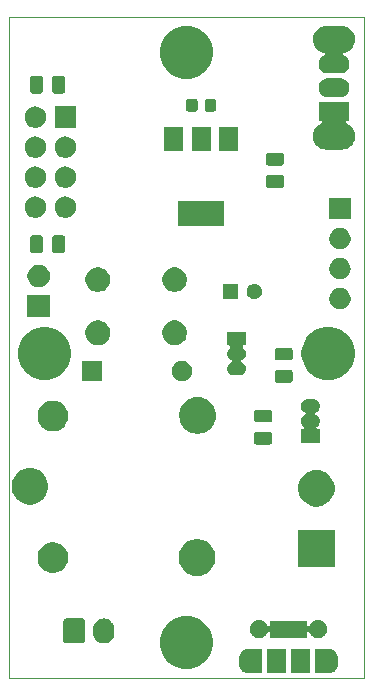
<source format=gbr>
G04 #@! TF.GenerationSoftware,KiCad,Pcbnew,(5.1.5)-3*
G04 #@! TF.CreationDate,2020-06-27T20:36:36+01:00*
G04 #@! TF.ProjectId,Schematic,53636865-6d61-4746-9963-2e6b69636164,v0.1*
G04 #@! TF.SameCoordinates,Original*
G04 #@! TF.FileFunction,Soldermask,Top*
G04 #@! TF.FilePolarity,Negative*
%FSLAX46Y46*%
G04 Gerber Fmt 4.6, Leading zero omitted, Abs format (unit mm)*
G04 Created by KiCad (PCBNEW (5.1.5)-3) date 2020-06-27 20:36:36*
%MOMM*%
%LPD*%
G04 APERTURE LIST*
G04 #@! TA.AperFunction,Profile*
%ADD10C,0.050000*%
G04 #@! TD*
%ADD11C,0.100000*%
G04 APERTURE END LIST*
D10*
X200000000Y-110000000D02*
X200000000Y-110500000D01*
X170000000Y-110000000D02*
X170000000Y-110500000D01*
X200000000Y-55000000D02*
X200000000Y-54500000D01*
X170000000Y-55000000D02*
X170000000Y-54500000D01*
X200000000Y-55000000D02*
X200000000Y-80000000D01*
X170000000Y-80000000D02*
X170000000Y-55000000D01*
X170000000Y-110000000D02*
X170000000Y-80000000D01*
X200000000Y-110500000D02*
X170000000Y-110500000D01*
X200000000Y-80000000D02*
X200000000Y-110000000D01*
X170000000Y-54500000D02*
X200000000Y-54500000D01*
D11*
G36*
X190175862Y-108048398D02*
G01*
X190188114Y-108049000D01*
X191401000Y-108049000D01*
X191401000Y-110051000D01*
X190188114Y-110051000D01*
X190175862Y-110051602D01*
X190150000Y-110054149D01*
X190124138Y-110051602D01*
X190111886Y-110051000D01*
X190038594Y-110051000D01*
X190021836Y-110042043D01*
X190010299Y-110037915D01*
X189925307Y-110012132D01*
X189899664Y-110004354D01*
X189786575Y-109943906D01*
X189687447Y-109862554D01*
X189606094Y-109763424D01*
X189545646Y-109650335D01*
X189535960Y-109618403D01*
X189508420Y-109527617D01*
X189499000Y-109431972D01*
X189499000Y-108668027D01*
X189508420Y-108572382D01*
X189545645Y-108449668D01*
X189606096Y-108336574D01*
X189687447Y-108237446D01*
X189786576Y-108156094D01*
X189899666Y-108095646D01*
X189899669Y-108095645D01*
X190010290Y-108062088D01*
X190032925Y-108052712D01*
X190038481Y-108049000D01*
X190111886Y-108049000D01*
X190124138Y-108048398D01*
X190150000Y-108045851D01*
X190175862Y-108048398D01*
G37*
G36*
X197175862Y-108048398D02*
G01*
X197188114Y-108049000D01*
X197261406Y-108049000D01*
X197278164Y-108057957D01*
X197289707Y-108062087D01*
X197400331Y-108095645D01*
X197400334Y-108095646D01*
X197513424Y-108156094D01*
X197612554Y-108237447D01*
X197693906Y-108336575D01*
X197754354Y-108449664D01*
X197764040Y-108481596D01*
X197791580Y-108572382D01*
X197801000Y-108668027D01*
X197801000Y-109431973D01*
X197791580Y-109527618D01*
X197764040Y-109618404D01*
X197754354Y-109650336D01*
X197693906Y-109763425D01*
X197612554Y-109862554D01*
X197513425Y-109943906D01*
X197400336Y-110004354D01*
X197374693Y-110012132D01*
X197289708Y-110037913D01*
X197267075Y-110047287D01*
X197261518Y-110051000D01*
X197188114Y-110051000D01*
X197175862Y-110051602D01*
X197150000Y-110054149D01*
X197124138Y-110051602D01*
X197111886Y-110051000D01*
X195899000Y-110051000D01*
X195899000Y-108049000D01*
X197111886Y-108049000D01*
X197124138Y-108048398D01*
X197150000Y-108045851D01*
X197175862Y-108048398D01*
G37*
G36*
X195451000Y-110051000D02*
G01*
X193849000Y-110051000D01*
X193849000Y-108049000D01*
X195451000Y-108049000D01*
X195451000Y-110051000D01*
G37*
G36*
X193451000Y-110051000D02*
G01*
X191849000Y-110051000D01*
X191849000Y-108049000D01*
X193451000Y-108049000D01*
X193451000Y-110051000D01*
G37*
G36*
X185275880Y-105259776D02*
G01*
X185656593Y-105335504D01*
X186066249Y-105505189D01*
X186434929Y-105751534D01*
X186748466Y-106065071D01*
X186994811Y-106433751D01*
X187164496Y-106843407D01*
X187251000Y-107278296D01*
X187251000Y-107721704D01*
X187164496Y-108156593D01*
X186994811Y-108566249D01*
X186748466Y-108934929D01*
X186434929Y-109248466D01*
X186066249Y-109494811D01*
X185656593Y-109664496D01*
X185275880Y-109740224D01*
X185221705Y-109751000D01*
X184778295Y-109751000D01*
X184724120Y-109740224D01*
X184343407Y-109664496D01*
X183933751Y-109494811D01*
X183565071Y-109248466D01*
X183251534Y-108934929D01*
X183005189Y-108566249D01*
X182835504Y-108156593D01*
X182749000Y-107721704D01*
X182749000Y-107278296D01*
X182835504Y-106843407D01*
X183005189Y-106433751D01*
X183251534Y-106065071D01*
X183565071Y-105751534D01*
X183933751Y-105505189D01*
X184343407Y-105335504D01*
X184724120Y-105259776D01*
X184778295Y-105249000D01*
X185221705Y-105249000D01*
X185275880Y-105259776D01*
G37*
G36*
X178176626Y-105462037D02*
G01*
X178346465Y-105513557D01*
X178346467Y-105513558D01*
X178502989Y-105597221D01*
X178640186Y-105709814D01*
X178723448Y-105811271D01*
X178752778Y-105847009D01*
X178752779Y-105847011D01*
X178826478Y-105984890D01*
X178836443Y-106003534D01*
X178887963Y-106173373D01*
X178887963Y-106173375D01*
X178901000Y-106305740D01*
X178901000Y-106694259D01*
X178898703Y-106717577D01*
X178887963Y-106826626D01*
X178836443Y-106996466D01*
X178752778Y-107152991D01*
X178723448Y-107188729D01*
X178640186Y-107290186D01*
X178545250Y-107368097D01*
X178502991Y-107402778D01*
X178346466Y-107486443D01*
X178176627Y-107537963D01*
X178000000Y-107555359D01*
X177823374Y-107537963D01*
X177653535Y-107486443D01*
X177497010Y-107402778D01*
X177359815Y-107290185D01*
X177247222Y-107152991D01*
X177163557Y-106996466D01*
X177112037Y-106826627D01*
X177099000Y-106694258D01*
X177099000Y-106305743D01*
X177112037Y-106173374D01*
X177163557Y-106003535D01*
X177174840Y-105982426D01*
X177247221Y-105847011D01*
X177359814Y-105709814D01*
X177464380Y-105624000D01*
X177497009Y-105597222D01*
X177653534Y-105513557D01*
X177823373Y-105462037D01*
X178000000Y-105444641D01*
X178176626Y-105462037D01*
G37*
G36*
X176258600Y-105452989D02*
G01*
X176291652Y-105463015D01*
X176322103Y-105479292D01*
X176348799Y-105501201D01*
X176370708Y-105527897D01*
X176386985Y-105558348D01*
X176397011Y-105591400D01*
X176401000Y-105631903D01*
X176401000Y-107368097D01*
X176397011Y-107408600D01*
X176386985Y-107441652D01*
X176370708Y-107472103D01*
X176348799Y-107498799D01*
X176322103Y-107520708D01*
X176291652Y-107536985D01*
X176258600Y-107547011D01*
X176218097Y-107551000D01*
X174781903Y-107551000D01*
X174741400Y-107547011D01*
X174708348Y-107536985D01*
X174677897Y-107520708D01*
X174651201Y-107498799D01*
X174629292Y-107472103D01*
X174613015Y-107441652D01*
X174602989Y-107408600D01*
X174599000Y-107368097D01*
X174599000Y-105631903D01*
X174602989Y-105591400D01*
X174613015Y-105558348D01*
X174629292Y-105527897D01*
X174651201Y-105501201D01*
X174677897Y-105479292D01*
X174708348Y-105463015D01*
X174741400Y-105452989D01*
X174781903Y-105449000D01*
X176218097Y-105449000D01*
X176258600Y-105452989D01*
G37*
G36*
X191376348Y-105603820D02*
G01*
X191376350Y-105603821D01*
X191376351Y-105603821D01*
X191517574Y-105662317D01*
X191517577Y-105662319D01*
X191644669Y-105747239D01*
X191752761Y-105855331D01*
X191809375Y-105940060D01*
X191837683Y-105982426D01*
X191858517Y-106032725D01*
X191870068Y-106054336D01*
X191885614Y-106073278D01*
X191904556Y-106088823D01*
X191926166Y-106100374D01*
X191949615Y-106107487D01*
X191974001Y-106109889D01*
X191998387Y-106107487D01*
X192021836Y-106100374D01*
X192043447Y-106088823D01*
X192062389Y-106073277D01*
X192077934Y-106054335D01*
X192089485Y-106032725D01*
X192096598Y-106009276D01*
X192099000Y-105984890D01*
X192099000Y-105624000D01*
X195201000Y-105624000D01*
X195201000Y-105984890D01*
X195203402Y-106009276D01*
X195210515Y-106032725D01*
X195222066Y-106054336D01*
X195237611Y-106073278D01*
X195256553Y-106088823D01*
X195278164Y-106100374D01*
X195301613Y-106107487D01*
X195325999Y-106109889D01*
X195350385Y-106107487D01*
X195373834Y-106100374D01*
X195395445Y-106088823D01*
X195414387Y-106073278D01*
X195429932Y-106054336D01*
X195441483Y-106032725D01*
X195462317Y-105982426D01*
X195490625Y-105940060D01*
X195547239Y-105855331D01*
X195655331Y-105747239D01*
X195782423Y-105662319D01*
X195782426Y-105662317D01*
X195923649Y-105603821D01*
X195923650Y-105603821D01*
X195923652Y-105603820D01*
X196073569Y-105574000D01*
X196226431Y-105574000D01*
X196376348Y-105603820D01*
X196376350Y-105603821D01*
X196376351Y-105603821D01*
X196517574Y-105662317D01*
X196517577Y-105662319D01*
X196644669Y-105747239D01*
X196752761Y-105855331D01*
X196837681Y-105982423D01*
X196837683Y-105982426D01*
X196890479Y-106109889D01*
X196896180Y-106123652D01*
X196926000Y-106273569D01*
X196926000Y-106426429D01*
X196896179Y-106576351D01*
X196837683Y-106717574D01*
X196837682Y-106717575D01*
X196837681Y-106717577D01*
X196752761Y-106844669D01*
X196644669Y-106952761D01*
X196517577Y-107037681D01*
X196517574Y-107037683D01*
X196376351Y-107096179D01*
X196376350Y-107096179D01*
X196376348Y-107096180D01*
X196226431Y-107126000D01*
X196073569Y-107126000D01*
X195923652Y-107096180D01*
X195923650Y-107096179D01*
X195923649Y-107096179D01*
X195782426Y-107037683D01*
X195782423Y-107037681D01*
X195655331Y-106952761D01*
X195547239Y-106844669D01*
X195462318Y-106717575D01*
X195462317Y-106717574D01*
X195441481Y-106667272D01*
X195429932Y-106645664D01*
X195414386Y-106626722D01*
X195395444Y-106611177D01*
X195373834Y-106599626D01*
X195350385Y-106592513D01*
X195325999Y-106590111D01*
X195301613Y-106592513D01*
X195278164Y-106599626D01*
X195256553Y-106611177D01*
X195237611Y-106626723D01*
X195222066Y-106645665D01*
X195210515Y-106667275D01*
X195203402Y-106690724D01*
X195201000Y-106715110D01*
X195201000Y-107076000D01*
X192099000Y-107076000D01*
X192099000Y-106715110D01*
X192096598Y-106690724D01*
X192089485Y-106667275D01*
X192077934Y-106645664D01*
X192062389Y-106626722D01*
X192043447Y-106611177D01*
X192021836Y-106599626D01*
X191998387Y-106592513D01*
X191974001Y-106590111D01*
X191949615Y-106592513D01*
X191926166Y-106599626D01*
X191904555Y-106611177D01*
X191885613Y-106626722D01*
X191870068Y-106645664D01*
X191858519Y-106667272D01*
X191837683Y-106717574D01*
X191837682Y-106717575D01*
X191752761Y-106844669D01*
X191644669Y-106952761D01*
X191517577Y-107037681D01*
X191517574Y-107037683D01*
X191376351Y-107096179D01*
X191376350Y-107096179D01*
X191376348Y-107096180D01*
X191226431Y-107126000D01*
X191073569Y-107126000D01*
X190923652Y-107096180D01*
X190923650Y-107096179D01*
X190923649Y-107096179D01*
X190782426Y-107037683D01*
X190782423Y-107037681D01*
X190655331Y-106952761D01*
X190547239Y-106844669D01*
X190462319Y-106717577D01*
X190462318Y-106717575D01*
X190462317Y-106717574D01*
X190403821Y-106576351D01*
X190374000Y-106426429D01*
X190374000Y-106273569D01*
X190403820Y-106123652D01*
X190409521Y-106109889D01*
X190462317Y-105982426D01*
X190462319Y-105982423D01*
X190547239Y-105855331D01*
X190655331Y-105747239D01*
X190782423Y-105662319D01*
X190782426Y-105662317D01*
X190923649Y-105603821D01*
X190923650Y-105603821D01*
X190923652Y-105603820D01*
X191073569Y-105574000D01*
X191226431Y-105574000D01*
X191376348Y-105603820D01*
G37*
G36*
X186202585Y-98778802D02*
G01*
X186352410Y-98808604D01*
X186634674Y-98925521D01*
X186888705Y-99095259D01*
X187104741Y-99311295D01*
X187274479Y-99565326D01*
X187391396Y-99847590D01*
X187451000Y-100147240D01*
X187451000Y-100452760D01*
X187391396Y-100752410D01*
X187274479Y-101034674D01*
X187104741Y-101288705D01*
X186888705Y-101504741D01*
X186634674Y-101674479D01*
X186352410Y-101791396D01*
X186202585Y-101821198D01*
X186052761Y-101851000D01*
X185747239Y-101851000D01*
X185597415Y-101821198D01*
X185447590Y-101791396D01*
X185165326Y-101674479D01*
X184911295Y-101504741D01*
X184695259Y-101288705D01*
X184525521Y-101034674D01*
X184408604Y-100752410D01*
X184349000Y-100452760D01*
X184349000Y-100147240D01*
X184408604Y-99847590D01*
X184525521Y-99565326D01*
X184695259Y-99311295D01*
X184911295Y-99095259D01*
X185165326Y-98925521D01*
X185447590Y-98808604D01*
X185597415Y-98778802D01*
X185747239Y-98749000D01*
X186052761Y-98749000D01*
X186202585Y-98778802D01*
G37*
G36*
X174079487Y-99048996D02*
G01*
X174316253Y-99147068D01*
X174316255Y-99147069D01*
X174529339Y-99289447D01*
X174710553Y-99470661D01*
X174852932Y-99683747D01*
X174951004Y-99920513D01*
X175001000Y-100171861D01*
X175001000Y-100428139D01*
X174951004Y-100679487D01*
X174920798Y-100752410D01*
X174852931Y-100916255D01*
X174710553Y-101129339D01*
X174529339Y-101310553D01*
X174316255Y-101452931D01*
X174316254Y-101452932D01*
X174316253Y-101452932D01*
X174079487Y-101551004D01*
X173828139Y-101601000D01*
X173571861Y-101601000D01*
X173320513Y-101551004D01*
X173083747Y-101452932D01*
X173083746Y-101452932D01*
X173083745Y-101452931D01*
X172870661Y-101310553D01*
X172689447Y-101129339D01*
X172547069Y-100916255D01*
X172479202Y-100752410D01*
X172448996Y-100679487D01*
X172399000Y-100428139D01*
X172399000Y-100171861D01*
X172448996Y-99920513D01*
X172547068Y-99683747D01*
X172689447Y-99470661D01*
X172870661Y-99289447D01*
X173083745Y-99147069D01*
X173083747Y-99147068D01*
X173320513Y-99048996D01*
X173571861Y-98999000D01*
X173828139Y-98999000D01*
X174079487Y-99048996D01*
G37*
G36*
X197551000Y-101051000D02*
G01*
X194449000Y-101051000D01*
X194449000Y-97949000D01*
X197551000Y-97949000D01*
X197551000Y-101051000D01*
G37*
G36*
X196302585Y-92898802D02*
G01*
X196452410Y-92928604D01*
X196734674Y-93045521D01*
X196988705Y-93215259D01*
X197204741Y-93431295D01*
X197374479Y-93685326D01*
X197491396Y-93967590D01*
X197551000Y-94267240D01*
X197551000Y-94572760D01*
X197491396Y-94872410D01*
X197374479Y-95154674D01*
X197204741Y-95408705D01*
X196988705Y-95624741D01*
X196734674Y-95794479D01*
X196452410Y-95911396D01*
X196302585Y-95941198D01*
X196152761Y-95971000D01*
X195847239Y-95971000D01*
X195697415Y-95941198D01*
X195547590Y-95911396D01*
X195265326Y-95794479D01*
X195011295Y-95624741D01*
X194795259Y-95408705D01*
X194625521Y-95154674D01*
X194508604Y-94872410D01*
X194449000Y-94572760D01*
X194449000Y-94267240D01*
X194508604Y-93967590D01*
X194625521Y-93685326D01*
X194795259Y-93431295D01*
X195011295Y-93215259D01*
X195265326Y-93045521D01*
X195547590Y-92928604D01*
X195697415Y-92898802D01*
X195847239Y-92869000D01*
X196152761Y-92869000D01*
X196302585Y-92898802D01*
G37*
G36*
X172052585Y-92728802D02*
G01*
X172202410Y-92758604D01*
X172484674Y-92875521D01*
X172738705Y-93045259D01*
X172954741Y-93261295D01*
X173124479Y-93515326D01*
X173241396Y-93797590D01*
X173301000Y-94097240D01*
X173301000Y-94402760D01*
X173241396Y-94702410D01*
X173124479Y-94984674D01*
X172954741Y-95238705D01*
X172738705Y-95454741D01*
X172484674Y-95624479D01*
X172202410Y-95741396D01*
X172052585Y-95771198D01*
X171902761Y-95801000D01*
X171597239Y-95801000D01*
X171447415Y-95771198D01*
X171297590Y-95741396D01*
X171015326Y-95624479D01*
X170761295Y-95454741D01*
X170545259Y-95238705D01*
X170375521Y-94984674D01*
X170258604Y-94702410D01*
X170199000Y-94402760D01*
X170199000Y-94097240D01*
X170258604Y-93797590D01*
X170375521Y-93515326D01*
X170545259Y-93261295D01*
X170761295Y-93045259D01*
X171015326Y-92875521D01*
X171297590Y-92758604D01*
X171447415Y-92728802D01*
X171597239Y-92699000D01*
X171902761Y-92699000D01*
X172052585Y-92728802D01*
G37*
G36*
X192084468Y-89653565D02*
G01*
X192123138Y-89665296D01*
X192158777Y-89684346D01*
X192190017Y-89709983D01*
X192215654Y-89741223D01*
X192234704Y-89776862D01*
X192246435Y-89815532D01*
X192251000Y-89861888D01*
X192251000Y-90513112D01*
X192246435Y-90559468D01*
X192234704Y-90598138D01*
X192215654Y-90633777D01*
X192190017Y-90665017D01*
X192158777Y-90690654D01*
X192123138Y-90709704D01*
X192084468Y-90721435D01*
X192038112Y-90726000D01*
X190961888Y-90726000D01*
X190915532Y-90721435D01*
X190876862Y-90709704D01*
X190841223Y-90690654D01*
X190809983Y-90665017D01*
X190784346Y-90633777D01*
X190765296Y-90598138D01*
X190753565Y-90559468D01*
X190749000Y-90513112D01*
X190749000Y-89861888D01*
X190753565Y-89815532D01*
X190765296Y-89776862D01*
X190784346Y-89741223D01*
X190809983Y-89709983D01*
X190841223Y-89684346D01*
X190876862Y-89665296D01*
X190915532Y-89653565D01*
X190961888Y-89649000D01*
X192038112Y-89649000D01*
X192084468Y-89653565D01*
G37*
G36*
X195837916Y-86892334D02*
G01*
X195946492Y-86925271D01*
X195946495Y-86925272D01*
X195982601Y-86944571D01*
X196046557Y-86978756D01*
X196134264Y-87050736D01*
X196206244Y-87138443D01*
X196240429Y-87202399D01*
X196259728Y-87238505D01*
X196259729Y-87238508D01*
X196292666Y-87347084D01*
X196303787Y-87460000D01*
X196292666Y-87572916D01*
X196259729Y-87681492D01*
X196259728Y-87681495D01*
X196258525Y-87683745D01*
X196206244Y-87781557D01*
X196134264Y-87869264D01*
X196046557Y-87941244D01*
X195965141Y-87984761D01*
X195944766Y-87998375D01*
X195927439Y-88015702D01*
X195913826Y-88036076D01*
X195904448Y-88058715D01*
X195899668Y-88082748D01*
X195899668Y-88107252D01*
X195904448Y-88131285D01*
X195913826Y-88153924D01*
X195927440Y-88174299D01*
X195944767Y-88191626D01*
X195965141Y-88205239D01*
X196046557Y-88248756D01*
X196134264Y-88320736D01*
X196206244Y-88408443D01*
X196240429Y-88472399D01*
X196259728Y-88508505D01*
X196259729Y-88508508D01*
X196292666Y-88617084D01*
X196303787Y-88730000D01*
X196292666Y-88842916D01*
X196270418Y-88916255D01*
X196259728Y-88951495D01*
X196241994Y-88984672D01*
X196206244Y-89051557D01*
X196134264Y-89139264D01*
X196057354Y-89202383D01*
X196040035Y-89219702D01*
X196026421Y-89240077D01*
X196017043Y-89262716D01*
X196012263Y-89286749D01*
X196012263Y-89311253D01*
X196017043Y-89335286D01*
X196026421Y-89357925D01*
X196040034Y-89378299D01*
X196057361Y-89395626D01*
X196077736Y-89409240D01*
X196100375Y-89418618D01*
X196124408Y-89423398D01*
X196136660Y-89424000D01*
X196301000Y-89424000D01*
X196301000Y-90576000D01*
X194699000Y-90576000D01*
X194699000Y-89424000D01*
X194863340Y-89424000D01*
X194887726Y-89421598D01*
X194911175Y-89414485D01*
X194932786Y-89402934D01*
X194951728Y-89387389D01*
X194967273Y-89368447D01*
X194978824Y-89346836D01*
X194985937Y-89323387D01*
X194988339Y-89299001D01*
X194985937Y-89274615D01*
X194978824Y-89251166D01*
X194967273Y-89229555D01*
X194951728Y-89210613D01*
X194942655Y-89202391D01*
X194865736Y-89139264D01*
X194793756Y-89051557D01*
X194758006Y-88984672D01*
X194740272Y-88951495D01*
X194729582Y-88916255D01*
X194707334Y-88842916D01*
X194696213Y-88730000D01*
X194707334Y-88617084D01*
X194740271Y-88508508D01*
X194740272Y-88508505D01*
X194759571Y-88472399D01*
X194793756Y-88408443D01*
X194865736Y-88320736D01*
X194953443Y-88248756D01*
X195034859Y-88205239D01*
X195055234Y-88191625D01*
X195072561Y-88174298D01*
X195086174Y-88153924D01*
X195095552Y-88131285D01*
X195100332Y-88107252D01*
X195100332Y-88082748D01*
X195095552Y-88058715D01*
X195086174Y-88036076D01*
X195072560Y-88015701D01*
X195055233Y-87998374D01*
X195034859Y-87984761D01*
X194953443Y-87941244D01*
X194865736Y-87869264D01*
X194793756Y-87781557D01*
X194741475Y-87683745D01*
X194740272Y-87681495D01*
X194740271Y-87681492D01*
X194707334Y-87572916D01*
X194696213Y-87460000D01*
X194707334Y-87347084D01*
X194740271Y-87238508D01*
X194740272Y-87238505D01*
X194759571Y-87202399D01*
X194793756Y-87138443D01*
X194865736Y-87050736D01*
X194953443Y-86978756D01*
X195017399Y-86944571D01*
X195053505Y-86925272D01*
X195053508Y-86925271D01*
X195162084Y-86892334D01*
X195246702Y-86884000D01*
X195753298Y-86884000D01*
X195837916Y-86892334D01*
G37*
G36*
X186252585Y-86728802D02*
G01*
X186402410Y-86758604D01*
X186684674Y-86875521D01*
X186938705Y-87045259D01*
X187154741Y-87261295D01*
X187324479Y-87515326D01*
X187440114Y-87794495D01*
X187441396Y-87797591D01*
X187501000Y-88097239D01*
X187501000Y-88402761D01*
X187471198Y-88552585D01*
X187441396Y-88702410D01*
X187324479Y-88984674D01*
X187154741Y-89238705D01*
X186938705Y-89454741D01*
X186684674Y-89624479D01*
X186402410Y-89741396D01*
X186265329Y-89768663D01*
X186102761Y-89801000D01*
X185797239Y-89801000D01*
X185634671Y-89768663D01*
X185497590Y-89741396D01*
X185215326Y-89624479D01*
X184961295Y-89454741D01*
X184745259Y-89238705D01*
X184575521Y-88984674D01*
X184458604Y-88702410D01*
X184428802Y-88552585D01*
X184399000Y-88402761D01*
X184399000Y-88097239D01*
X184458604Y-87797591D01*
X184459886Y-87794495D01*
X184575521Y-87515326D01*
X184745259Y-87261295D01*
X184961295Y-87045259D01*
X185215326Y-86875521D01*
X185497590Y-86758604D01*
X185647415Y-86728802D01*
X185797239Y-86699000D01*
X186102761Y-86699000D01*
X186252585Y-86728802D01*
G37*
G36*
X174079487Y-87048996D02*
G01*
X174295430Y-87138443D01*
X174316255Y-87147069D01*
X174529339Y-87289447D01*
X174710553Y-87470661D01*
X174851428Y-87681495D01*
X174852932Y-87683747D01*
X174951004Y-87920513D01*
X175001000Y-88171861D01*
X175001000Y-88428139D01*
X174951004Y-88679487D01*
X174852932Y-88916253D01*
X174852931Y-88916255D01*
X174710553Y-89129339D01*
X174529339Y-89310553D01*
X174316255Y-89452931D01*
X174316254Y-89452932D01*
X174316253Y-89452932D01*
X174079487Y-89551004D01*
X173828139Y-89601000D01*
X173571861Y-89601000D01*
X173320513Y-89551004D01*
X173083747Y-89452932D01*
X173083746Y-89452932D01*
X173083745Y-89452931D01*
X172870661Y-89310553D01*
X172689447Y-89129339D01*
X172547069Y-88916255D01*
X172547068Y-88916253D01*
X172448996Y-88679487D01*
X172399000Y-88428139D01*
X172399000Y-88171861D01*
X172448996Y-87920513D01*
X172547068Y-87683747D01*
X172548573Y-87681495D01*
X172689447Y-87470661D01*
X172870661Y-87289447D01*
X173083745Y-87147069D01*
X173104570Y-87138443D01*
X173320513Y-87048996D01*
X173571861Y-86999000D01*
X173828139Y-86999000D01*
X174079487Y-87048996D01*
G37*
G36*
X192084468Y-87778565D02*
G01*
X192123138Y-87790296D01*
X192158777Y-87809346D01*
X192190017Y-87834983D01*
X192215654Y-87866223D01*
X192234704Y-87901862D01*
X192246435Y-87940532D01*
X192251000Y-87986888D01*
X192251000Y-88638112D01*
X192246435Y-88684468D01*
X192234704Y-88723138D01*
X192215654Y-88758777D01*
X192190017Y-88790017D01*
X192158777Y-88815654D01*
X192123138Y-88834704D01*
X192084468Y-88846435D01*
X192038112Y-88851000D01*
X190961888Y-88851000D01*
X190915532Y-88846435D01*
X190876862Y-88834704D01*
X190841223Y-88815654D01*
X190809983Y-88790017D01*
X190784346Y-88758777D01*
X190765296Y-88723138D01*
X190753565Y-88684468D01*
X190749000Y-88638112D01*
X190749000Y-87986888D01*
X190753565Y-87940532D01*
X190765296Y-87901862D01*
X190784346Y-87866223D01*
X190809983Y-87834983D01*
X190841223Y-87809346D01*
X190876862Y-87790296D01*
X190915532Y-87778565D01*
X190961888Y-87774000D01*
X192038112Y-87774000D01*
X192084468Y-87778565D01*
G37*
G36*
X193834468Y-84403565D02*
G01*
X193873138Y-84415296D01*
X193908777Y-84434346D01*
X193940017Y-84459983D01*
X193965654Y-84491223D01*
X193984704Y-84526862D01*
X193996435Y-84565532D01*
X194001000Y-84611888D01*
X194001000Y-85263112D01*
X193996435Y-85309468D01*
X193984704Y-85348138D01*
X193965654Y-85383777D01*
X193940017Y-85415017D01*
X193908777Y-85440654D01*
X193873138Y-85459704D01*
X193834468Y-85471435D01*
X193788112Y-85476000D01*
X192711888Y-85476000D01*
X192665532Y-85471435D01*
X192626862Y-85459704D01*
X192591223Y-85440654D01*
X192559983Y-85415017D01*
X192534346Y-85383777D01*
X192515296Y-85348138D01*
X192503565Y-85309468D01*
X192499000Y-85263112D01*
X192499000Y-84611888D01*
X192503565Y-84565532D01*
X192515296Y-84526862D01*
X192534346Y-84491223D01*
X192559983Y-84459983D01*
X192591223Y-84434346D01*
X192626862Y-84415296D01*
X192665532Y-84403565D01*
X192711888Y-84399000D01*
X193788112Y-84399000D01*
X193834468Y-84403565D01*
G37*
G36*
X177851000Y-85351000D02*
G01*
X176149000Y-85351000D01*
X176149000Y-83649000D01*
X177851000Y-83649000D01*
X177851000Y-85351000D01*
G37*
G36*
X184868228Y-83681703D02*
G01*
X185023100Y-83745853D01*
X185162481Y-83838985D01*
X185281015Y-83957519D01*
X185374147Y-84096900D01*
X185438297Y-84251772D01*
X185471000Y-84416184D01*
X185471000Y-84583816D01*
X185438297Y-84748228D01*
X185374147Y-84903100D01*
X185281015Y-85042481D01*
X185162481Y-85161015D01*
X185023100Y-85254147D01*
X184868228Y-85318297D01*
X184703816Y-85351000D01*
X184536184Y-85351000D01*
X184371772Y-85318297D01*
X184216900Y-85254147D01*
X184077519Y-85161015D01*
X183958985Y-85042481D01*
X183865853Y-84903100D01*
X183801703Y-84748228D01*
X183769000Y-84583816D01*
X183769000Y-84416184D01*
X183801703Y-84251772D01*
X183865853Y-84096900D01*
X183958985Y-83957519D01*
X184077519Y-83838985D01*
X184216900Y-83745853D01*
X184371772Y-83681703D01*
X184536184Y-83649000D01*
X184703816Y-83649000D01*
X184868228Y-83681703D01*
G37*
G36*
X173237616Y-80752165D02*
G01*
X173656593Y-80835504D01*
X174066249Y-81005189D01*
X174434929Y-81251534D01*
X174748466Y-81565071D01*
X174994811Y-81933751D01*
X175164496Y-82343407D01*
X175251000Y-82778296D01*
X175251000Y-83221704D01*
X175164496Y-83656593D01*
X174994811Y-84066249D01*
X174748466Y-84434929D01*
X174434929Y-84748466D01*
X174066249Y-84994811D01*
X173656593Y-85164496D01*
X173275880Y-85240224D01*
X173221705Y-85251000D01*
X172778295Y-85251000D01*
X172724120Y-85240224D01*
X172343407Y-85164496D01*
X171933751Y-84994811D01*
X171565071Y-84748466D01*
X171251534Y-84434929D01*
X171005189Y-84066249D01*
X170835504Y-83656593D01*
X170749000Y-83221704D01*
X170749000Y-82778296D01*
X170835504Y-82343407D01*
X171005189Y-81933751D01*
X171251534Y-81565071D01*
X171565071Y-81251534D01*
X171933751Y-81005189D01*
X172343407Y-80835504D01*
X172762384Y-80752165D01*
X172778295Y-80749000D01*
X173221705Y-80749000D01*
X173237616Y-80752165D01*
G37*
G36*
X197237616Y-80752165D02*
G01*
X197656593Y-80835504D01*
X198066249Y-81005189D01*
X198434929Y-81251534D01*
X198748466Y-81565071D01*
X198994811Y-81933751D01*
X199164496Y-82343407D01*
X199251000Y-82778296D01*
X199251000Y-83221704D01*
X199164496Y-83656593D01*
X198994811Y-84066249D01*
X198748466Y-84434929D01*
X198434929Y-84748466D01*
X198066249Y-84994811D01*
X197656593Y-85164496D01*
X197275880Y-85240224D01*
X197221705Y-85251000D01*
X196778295Y-85251000D01*
X196724120Y-85240224D01*
X196343407Y-85164496D01*
X195933751Y-84994811D01*
X195565071Y-84748466D01*
X195251534Y-84434929D01*
X195005189Y-84066249D01*
X194835504Y-83656593D01*
X194749000Y-83221704D01*
X194749000Y-82778296D01*
X194835504Y-82343407D01*
X195005189Y-81933751D01*
X195251534Y-81565071D01*
X195565071Y-81251534D01*
X195933751Y-81005189D01*
X196343407Y-80835504D01*
X196762384Y-80752165D01*
X196778295Y-80749000D01*
X197221705Y-80749000D01*
X197237616Y-80752165D01*
G37*
G36*
X190051000Y-82326000D02*
G01*
X189886660Y-82326000D01*
X189862274Y-82328402D01*
X189838825Y-82335515D01*
X189817214Y-82347066D01*
X189798272Y-82362611D01*
X189782727Y-82381553D01*
X189771176Y-82403164D01*
X189764063Y-82426613D01*
X189761661Y-82450999D01*
X189764063Y-82475385D01*
X189771176Y-82498834D01*
X189782727Y-82520445D01*
X189798272Y-82539387D01*
X189807345Y-82547609D01*
X189884264Y-82610736D01*
X189956244Y-82698443D01*
X189976793Y-82736888D01*
X190009728Y-82798505D01*
X190009729Y-82798508D01*
X190042666Y-82907084D01*
X190053787Y-83020000D01*
X190042666Y-83132916D01*
X190015731Y-83221705D01*
X190009728Y-83241495D01*
X189990429Y-83277601D01*
X189956244Y-83341557D01*
X189884264Y-83429264D01*
X189796557Y-83501244D01*
X189715141Y-83544761D01*
X189694766Y-83558375D01*
X189677439Y-83575702D01*
X189663826Y-83596076D01*
X189654448Y-83618715D01*
X189649668Y-83642748D01*
X189649668Y-83667252D01*
X189654448Y-83691285D01*
X189663826Y-83713924D01*
X189677440Y-83734299D01*
X189694767Y-83751626D01*
X189715141Y-83765239D01*
X189796557Y-83808756D01*
X189884264Y-83880736D01*
X189956244Y-83968443D01*
X189990429Y-84032399D01*
X190009728Y-84068505D01*
X190009729Y-84068508D01*
X190042666Y-84177084D01*
X190053787Y-84290000D01*
X190042666Y-84402916D01*
X190009729Y-84511492D01*
X190009728Y-84511495D01*
X190001514Y-84526862D01*
X189956244Y-84611557D01*
X189884264Y-84699264D01*
X189796557Y-84771244D01*
X189732601Y-84805429D01*
X189696495Y-84824728D01*
X189696492Y-84824729D01*
X189587916Y-84857666D01*
X189503298Y-84866000D01*
X188996702Y-84866000D01*
X188912084Y-84857666D01*
X188803508Y-84824729D01*
X188803505Y-84824728D01*
X188767399Y-84805429D01*
X188703443Y-84771244D01*
X188615736Y-84699264D01*
X188543756Y-84611557D01*
X188498486Y-84526862D01*
X188490272Y-84511495D01*
X188490271Y-84511492D01*
X188457334Y-84402916D01*
X188446213Y-84290000D01*
X188457334Y-84177084D01*
X188490271Y-84068508D01*
X188490272Y-84068505D01*
X188509571Y-84032399D01*
X188543756Y-83968443D01*
X188615736Y-83880736D01*
X188703443Y-83808756D01*
X188784859Y-83765239D01*
X188805234Y-83751625D01*
X188822561Y-83734298D01*
X188836174Y-83713924D01*
X188845552Y-83691285D01*
X188850332Y-83667252D01*
X188850332Y-83642748D01*
X188845552Y-83618715D01*
X188836174Y-83596076D01*
X188822560Y-83575701D01*
X188805233Y-83558374D01*
X188784859Y-83544761D01*
X188703443Y-83501244D01*
X188615736Y-83429264D01*
X188543756Y-83341557D01*
X188509571Y-83277601D01*
X188490272Y-83241495D01*
X188484269Y-83221705D01*
X188457334Y-83132916D01*
X188446213Y-83020000D01*
X188457334Y-82907084D01*
X188490271Y-82798508D01*
X188490272Y-82798505D01*
X188523207Y-82736888D01*
X188543756Y-82698443D01*
X188615736Y-82610736D01*
X188692646Y-82547617D01*
X188709965Y-82530298D01*
X188723579Y-82509923D01*
X188732957Y-82487284D01*
X188737737Y-82463251D01*
X188737737Y-82438747D01*
X188732957Y-82414714D01*
X188723579Y-82392075D01*
X188709966Y-82371701D01*
X188692639Y-82354374D01*
X188672264Y-82340760D01*
X188649625Y-82331382D01*
X188625592Y-82326602D01*
X188613340Y-82326000D01*
X188449000Y-82326000D01*
X188449000Y-81174000D01*
X190051000Y-81174000D01*
X190051000Y-82326000D01*
G37*
G36*
X193834468Y-82528565D02*
G01*
X193873138Y-82540296D01*
X193908777Y-82559346D01*
X193940017Y-82584983D01*
X193965654Y-82616223D01*
X193984704Y-82651862D01*
X193996435Y-82690532D01*
X194001000Y-82736888D01*
X194001000Y-83388112D01*
X193996435Y-83434468D01*
X193984704Y-83473138D01*
X193965654Y-83508777D01*
X193940017Y-83540017D01*
X193908777Y-83565654D01*
X193873138Y-83584704D01*
X193834468Y-83596435D01*
X193788112Y-83601000D01*
X192711888Y-83601000D01*
X192665532Y-83596435D01*
X192626862Y-83584704D01*
X192591223Y-83565654D01*
X192559983Y-83540017D01*
X192534346Y-83508777D01*
X192515296Y-83473138D01*
X192503565Y-83434468D01*
X192499000Y-83388112D01*
X192499000Y-82736888D01*
X192503565Y-82690532D01*
X192515296Y-82651862D01*
X192534346Y-82616223D01*
X192559983Y-82584983D01*
X192591223Y-82559346D01*
X192626862Y-82540296D01*
X192665532Y-82528565D01*
X192711888Y-82524000D01*
X193788112Y-82524000D01*
X193834468Y-82528565D01*
G37*
G36*
X177806564Y-80239389D02*
G01*
X177997833Y-80318615D01*
X177997835Y-80318616D01*
X178169973Y-80433635D01*
X178316365Y-80580027D01*
X178431385Y-80752167D01*
X178510611Y-80943436D01*
X178551000Y-81146484D01*
X178551000Y-81353516D01*
X178510611Y-81556564D01*
X178431385Y-81747833D01*
X178431384Y-81747835D01*
X178316365Y-81919973D01*
X178169973Y-82066365D01*
X177997835Y-82181384D01*
X177997834Y-82181385D01*
X177997833Y-82181385D01*
X177806564Y-82260611D01*
X177603516Y-82301000D01*
X177396484Y-82301000D01*
X177193436Y-82260611D01*
X177002167Y-82181385D01*
X177002166Y-82181385D01*
X177002165Y-82181384D01*
X176830027Y-82066365D01*
X176683635Y-81919973D01*
X176568616Y-81747835D01*
X176568615Y-81747833D01*
X176489389Y-81556564D01*
X176449000Y-81353516D01*
X176449000Y-81146484D01*
X176489389Y-80943436D01*
X176568615Y-80752167D01*
X176683635Y-80580027D01*
X176830027Y-80433635D01*
X177002165Y-80318616D01*
X177002167Y-80318615D01*
X177193436Y-80239389D01*
X177396484Y-80199000D01*
X177603516Y-80199000D01*
X177806564Y-80239389D01*
G37*
G36*
X184306564Y-80239389D02*
G01*
X184497833Y-80318615D01*
X184497835Y-80318616D01*
X184669973Y-80433635D01*
X184816365Y-80580027D01*
X184931385Y-80752167D01*
X185010611Y-80943436D01*
X185051000Y-81146484D01*
X185051000Y-81353516D01*
X185010611Y-81556564D01*
X184931385Y-81747833D01*
X184931384Y-81747835D01*
X184816365Y-81919973D01*
X184669973Y-82066365D01*
X184497835Y-82181384D01*
X184497834Y-82181385D01*
X184497833Y-82181385D01*
X184306564Y-82260611D01*
X184103516Y-82301000D01*
X183896484Y-82301000D01*
X183693436Y-82260611D01*
X183502167Y-82181385D01*
X183502166Y-82181385D01*
X183502165Y-82181384D01*
X183330027Y-82066365D01*
X183183635Y-81919973D01*
X183068616Y-81747835D01*
X183068615Y-81747833D01*
X182989389Y-81556564D01*
X182949000Y-81353516D01*
X182949000Y-81146484D01*
X182989389Y-80943436D01*
X183068615Y-80752167D01*
X183183635Y-80580027D01*
X183330027Y-80433635D01*
X183502165Y-80318616D01*
X183502167Y-80318615D01*
X183693436Y-80239389D01*
X183896484Y-80199000D01*
X184103516Y-80199000D01*
X184306564Y-80239389D01*
G37*
G36*
X173451000Y-79951000D02*
G01*
X171549000Y-79951000D01*
X171549000Y-78049000D01*
X173451000Y-78049000D01*
X173451000Y-79951000D01*
G37*
G36*
X198113512Y-77473927D02*
G01*
X198262812Y-77503624D01*
X198426784Y-77571544D01*
X198574354Y-77670147D01*
X198699853Y-77795646D01*
X198798456Y-77943216D01*
X198866376Y-78107188D01*
X198901000Y-78281259D01*
X198901000Y-78458741D01*
X198866376Y-78632812D01*
X198798456Y-78796784D01*
X198699853Y-78944354D01*
X198574354Y-79069853D01*
X198426784Y-79168456D01*
X198262812Y-79236376D01*
X198113512Y-79266073D01*
X198088742Y-79271000D01*
X197911258Y-79271000D01*
X197886488Y-79266073D01*
X197737188Y-79236376D01*
X197573216Y-79168456D01*
X197425646Y-79069853D01*
X197300147Y-78944354D01*
X197201544Y-78796784D01*
X197133624Y-78632812D01*
X197099000Y-78458741D01*
X197099000Y-78281259D01*
X197133624Y-78107188D01*
X197201544Y-77943216D01*
X197300147Y-77795646D01*
X197425646Y-77670147D01*
X197573216Y-77571544D01*
X197737188Y-77503624D01*
X197886488Y-77473927D01*
X197911258Y-77469000D01*
X198088742Y-77469000D01*
X198113512Y-77473927D01*
G37*
G36*
X189401000Y-78401000D02*
G01*
X188099000Y-78401000D01*
X188099000Y-77099000D01*
X189401000Y-77099000D01*
X189401000Y-78401000D01*
G37*
G36*
X190939890Y-77124017D02*
G01*
X191058364Y-77173091D01*
X191164988Y-77244335D01*
X191255665Y-77335012D01*
X191306439Y-77411000D01*
X191326910Y-77441638D01*
X191375983Y-77560110D01*
X191400106Y-77681384D01*
X191401000Y-77685882D01*
X191401000Y-77814118D01*
X191375983Y-77939890D01*
X191326909Y-78058364D01*
X191255665Y-78164988D01*
X191164988Y-78255665D01*
X191058364Y-78326909D01*
X191058363Y-78326910D01*
X191058362Y-78326910D01*
X190939890Y-78375983D01*
X190814119Y-78401000D01*
X190685881Y-78401000D01*
X190560110Y-78375983D01*
X190441638Y-78326910D01*
X190441637Y-78326910D01*
X190441636Y-78326909D01*
X190335012Y-78255665D01*
X190244335Y-78164988D01*
X190173091Y-78058364D01*
X190124017Y-77939890D01*
X190099000Y-77814118D01*
X190099000Y-77685882D01*
X190099895Y-77681384D01*
X190124017Y-77560110D01*
X190173090Y-77441638D01*
X190193562Y-77411000D01*
X190244335Y-77335012D01*
X190335012Y-77244335D01*
X190441636Y-77173091D01*
X190560110Y-77124017D01*
X190685881Y-77099000D01*
X190814119Y-77099000D01*
X190939890Y-77124017D01*
G37*
G36*
X184306564Y-75739389D02*
G01*
X184497833Y-75818615D01*
X184497835Y-75818616D01*
X184550451Y-75853773D01*
X184669973Y-75933635D01*
X184816365Y-76080027D01*
X184931385Y-76252167D01*
X185010611Y-76443436D01*
X185051000Y-76646484D01*
X185051000Y-76853516D01*
X185010611Y-77056564D01*
X184951740Y-77198691D01*
X184931384Y-77247835D01*
X184816365Y-77419973D01*
X184669973Y-77566365D01*
X184497835Y-77681384D01*
X184497834Y-77681385D01*
X184497833Y-77681385D01*
X184306564Y-77760611D01*
X184103516Y-77801000D01*
X183896484Y-77801000D01*
X183693436Y-77760611D01*
X183502167Y-77681385D01*
X183502166Y-77681385D01*
X183502165Y-77681384D01*
X183330027Y-77566365D01*
X183183635Y-77419973D01*
X183068616Y-77247835D01*
X183048260Y-77198691D01*
X182989389Y-77056564D01*
X182949000Y-76853516D01*
X182949000Y-76646484D01*
X182989389Y-76443436D01*
X183068615Y-76252167D01*
X183183635Y-76080027D01*
X183330027Y-75933635D01*
X183449549Y-75853773D01*
X183502165Y-75818616D01*
X183502167Y-75818615D01*
X183693436Y-75739389D01*
X183896484Y-75699000D01*
X184103516Y-75699000D01*
X184306564Y-75739389D01*
G37*
G36*
X177806564Y-75739389D02*
G01*
X177997833Y-75818615D01*
X177997835Y-75818616D01*
X178050451Y-75853773D01*
X178169973Y-75933635D01*
X178316365Y-76080027D01*
X178431385Y-76252167D01*
X178510611Y-76443436D01*
X178551000Y-76646484D01*
X178551000Y-76853516D01*
X178510611Y-77056564D01*
X178451740Y-77198691D01*
X178431384Y-77247835D01*
X178316365Y-77419973D01*
X178169973Y-77566365D01*
X177997835Y-77681384D01*
X177997834Y-77681385D01*
X177997833Y-77681385D01*
X177806564Y-77760611D01*
X177603516Y-77801000D01*
X177396484Y-77801000D01*
X177193436Y-77760611D01*
X177002167Y-77681385D01*
X177002166Y-77681385D01*
X177002165Y-77681384D01*
X176830027Y-77566365D01*
X176683635Y-77419973D01*
X176568616Y-77247835D01*
X176548260Y-77198691D01*
X176489389Y-77056564D01*
X176449000Y-76853516D01*
X176449000Y-76646484D01*
X176489389Y-76443436D01*
X176568615Y-76252167D01*
X176683635Y-76080027D01*
X176830027Y-75933635D01*
X176949549Y-75853773D01*
X177002165Y-75818616D01*
X177002167Y-75818615D01*
X177193436Y-75739389D01*
X177396484Y-75699000D01*
X177603516Y-75699000D01*
X177806564Y-75739389D01*
G37*
G36*
X172777395Y-75545546D02*
G01*
X172950466Y-75617234D01*
X172950467Y-75617235D01*
X173106227Y-75721310D01*
X173238690Y-75853773D01*
X173238691Y-75853775D01*
X173342766Y-76009534D01*
X173414454Y-76182605D01*
X173451000Y-76366333D01*
X173451000Y-76553667D01*
X173414454Y-76737395D01*
X173342766Y-76910466D01*
X173342765Y-76910467D01*
X173238690Y-77066227D01*
X173106227Y-77198690D01*
X173037914Y-77244335D01*
X172950466Y-77302766D01*
X172777395Y-77374454D01*
X172593667Y-77411000D01*
X172406333Y-77411000D01*
X172222605Y-77374454D01*
X172049534Y-77302766D01*
X171962086Y-77244335D01*
X171893773Y-77198690D01*
X171761310Y-77066227D01*
X171657235Y-76910467D01*
X171657234Y-76910466D01*
X171585546Y-76737395D01*
X171549000Y-76553667D01*
X171549000Y-76366333D01*
X171585546Y-76182605D01*
X171657234Y-76009534D01*
X171761309Y-75853775D01*
X171761310Y-75853773D01*
X171893773Y-75721310D01*
X172049533Y-75617235D01*
X172049534Y-75617234D01*
X172222605Y-75545546D01*
X172406333Y-75509000D01*
X172593667Y-75509000D01*
X172777395Y-75545546D01*
G37*
G36*
X198113512Y-74933927D02*
G01*
X198262812Y-74963624D01*
X198426784Y-75031544D01*
X198574354Y-75130147D01*
X198699853Y-75255646D01*
X198798456Y-75403216D01*
X198866376Y-75567188D01*
X198892594Y-75699000D01*
X198901000Y-75741258D01*
X198901000Y-75918742D01*
X198896073Y-75943512D01*
X198866376Y-76092812D01*
X198798456Y-76256784D01*
X198699853Y-76404354D01*
X198574354Y-76529853D01*
X198426784Y-76628456D01*
X198262812Y-76696376D01*
X198113512Y-76726073D01*
X198088742Y-76731000D01*
X197911258Y-76731000D01*
X197886488Y-76726073D01*
X197737188Y-76696376D01*
X197573216Y-76628456D01*
X197425646Y-76529853D01*
X197300147Y-76404354D01*
X197201544Y-76256784D01*
X197133624Y-76092812D01*
X197103927Y-75943512D01*
X197099000Y-75918742D01*
X197099000Y-75741258D01*
X197107406Y-75699000D01*
X197133624Y-75567188D01*
X197201544Y-75403216D01*
X197300147Y-75255646D01*
X197425646Y-75130147D01*
X197573216Y-75031544D01*
X197737188Y-74963624D01*
X197886488Y-74933927D01*
X197911258Y-74929000D01*
X198088742Y-74929000D01*
X198113512Y-74933927D01*
G37*
G36*
X174559468Y-73003565D02*
G01*
X174598138Y-73015296D01*
X174633777Y-73034346D01*
X174665017Y-73059983D01*
X174690654Y-73091223D01*
X174709704Y-73126862D01*
X174721435Y-73165532D01*
X174726000Y-73211888D01*
X174726000Y-74288112D01*
X174721435Y-74334468D01*
X174709704Y-74373138D01*
X174690654Y-74408777D01*
X174665017Y-74440017D01*
X174633777Y-74465654D01*
X174598138Y-74484704D01*
X174559468Y-74496435D01*
X174513112Y-74501000D01*
X173861888Y-74501000D01*
X173815532Y-74496435D01*
X173776862Y-74484704D01*
X173741223Y-74465654D01*
X173709983Y-74440017D01*
X173684346Y-74408777D01*
X173665296Y-74373138D01*
X173653565Y-74334468D01*
X173649000Y-74288112D01*
X173649000Y-73211888D01*
X173653565Y-73165532D01*
X173665296Y-73126862D01*
X173684346Y-73091223D01*
X173709983Y-73059983D01*
X173741223Y-73034346D01*
X173776862Y-73015296D01*
X173815532Y-73003565D01*
X173861888Y-72999000D01*
X174513112Y-72999000D01*
X174559468Y-73003565D01*
G37*
G36*
X172684468Y-73003565D02*
G01*
X172723138Y-73015296D01*
X172758777Y-73034346D01*
X172790017Y-73059983D01*
X172815654Y-73091223D01*
X172834704Y-73126862D01*
X172846435Y-73165532D01*
X172851000Y-73211888D01*
X172851000Y-74288112D01*
X172846435Y-74334468D01*
X172834704Y-74373138D01*
X172815654Y-74408777D01*
X172790017Y-74440017D01*
X172758777Y-74465654D01*
X172723138Y-74484704D01*
X172684468Y-74496435D01*
X172638112Y-74501000D01*
X171986888Y-74501000D01*
X171940532Y-74496435D01*
X171901862Y-74484704D01*
X171866223Y-74465654D01*
X171834983Y-74440017D01*
X171809346Y-74408777D01*
X171790296Y-74373138D01*
X171778565Y-74334468D01*
X171774000Y-74288112D01*
X171774000Y-73211888D01*
X171778565Y-73165532D01*
X171790296Y-73126862D01*
X171809346Y-73091223D01*
X171834983Y-73059983D01*
X171866223Y-73034346D01*
X171901862Y-73015296D01*
X171940532Y-73003565D01*
X171986888Y-72999000D01*
X172638112Y-72999000D01*
X172684468Y-73003565D01*
G37*
G36*
X198113512Y-72393927D02*
G01*
X198262812Y-72423624D01*
X198426784Y-72491544D01*
X198574354Y-72590147D01*
X198699853Y-72715646D01*
X198798456Y-72863216D01*
X198866376Y-73027188D01*
X198901000Y-73201259D01*
X198901000Y-73378741D01*
X198866376Y-73552812D01*
X198798456Y-73716784D01*
X198699853Y-73864354D01*
X198574354Y-73989853D01*
X198426784Y-74088456D01*
X198262812Y-74156376D01*
X198113512Y-74186073D01*
X198088742Y-74191000D01*
X197911258Y-74191000D01*
X197886488Y-74186073D01*
X197737188Y-74156376D01*
X197573216Y-74088456D01*
X197425646Y-73989853D01*
X197300147Y-73864354D01*
X197201544Y-73716784D01*
X197133624Y-73552812D01*
X197099000Y-73378741D01*
X197099000Y-73201259D01*
X197133624Y-73027188D01*
X197201544Y-72863216D01*
X197300147Y-72715646D01*
X197425646Y-72590147D01*
X197573216Y-72491544D01*
X197737188Y-72423624D01*
X197886488Y-72393927D01*
X197911258Y-72389000D01*
X198088742Y-72389000D01*
X198113512Y-72393927D01*
G37*
G36*
X188201000Y-72201000D02*
G01*
X184299000Y-72201000D01*
X184299000Y-70099000D01*
X188201000Y-70099000D01*
X188201000Y-72201000D01*
G37*
G36*
X198901000Y-71651000D02*
G01*
X197099000Y-71651000D01*
X197099000Y-69849000D01*
X198901000Y-69849000D01*
X198901000Y-71651000D01*
G37*
G36*
X174863512Y-69723927D02*
G01*
X175012812Y-69753624D01*
X175176784Y-69821544D01*
X175324354Y-69920147D01*
X175449853Y-70045646D01*
X175548456Y-70193216D01*
X175616376Y-70357188D01*
X175651000Y-70531259D01*
X175651000Y-70708741D01*
X175616376Y-70882812D01*
X175548456Y-71046784D01*
X175449853Y-71194354D01*
X175324354Y-71319853D01*
X175176784Y-71418456D01*
X175012812Y-71486376D01*
X174863512Y-71516073D01*
X174838742Y-71521000D01*
X174661258Y-71521000D01*
X174636488Y-71516073D01*
X174487188Y-71486376D01*
X174323216Y-71418456D01*
X174175646Y-71319853D01*
X174050147Y-71194354D01*
X173951544Y-71046784D01*
X173883624Y-70882812D01*
X173849000Y-70708741D01*
X173849000Y-70531259D01*
X173883624Y-70357188D01*
X173951544Y-70193216D01*
X174050147Y-70045646D01*
X174175646Y-69920147D01*
X174323216Y-69821544D01*
X174487188Y-69753624D01*
X174636488Y-69723927D01*
X174661258Y-69719000D01*
X174838742Y-69719000D01*
X174863512Y-69723927D01*
G37*
G36*
X172323512Y-69723927D02*
G01*
X172472812Y-69753624D01*
X172636784Y-69821544D01*
X172784354Y-69920147D01*
X172909853Y-70045646D01*
X173008456Y-70193216D01*
X173076376Y-70357188D01*
X173111000Y-70531259D01*
X173111000Y-70708741D01*
X173076376Y-70882812D01*
X173008456Y-71046784D01*
X172909853Y-71194354D01*
X172784354Y-71319853D01*
X172636784Y-71418456D01*
X172472812Y-71486376D01*
X172323512Y-71516073D01*
X172298742Y-71521000D01*
X172121258Y-71521000D01*
X172096488Y-71516073D01*
X171947188Y-71486376D01*
X171783216Y-71418456D01*
X171635646Y-71319853D01*
X171510147Y-71194354D01*
X171411544Y-71046784D01*
X171343624Y-70882812D01*
X171309000Y-70708741D01*
X171309000Y-70531259D01*
X171343624Y-70357188D01*
X171411544Y-70193216D01*
X171510147Y-70045646D01*
X171635646Y-69920147D01*
X171783216Y-69821544D01*
X171947188Y-69753624D01*
X172096488Y-69723927D01*
X172121258Y-69719000D01*
X172298742Y-69719000D01*
X172323512Y-69723927D01*
G37*
G36*
X172323512Y-67183927D02*
G01*
X172472812Y-67213624D01*
X172636784Y-67281544D01*
X172784354Y-67380147D01*
X172909853Y-67505646D01*
X173008456Y-67653216D01*
X173076376Y-67817188D01*
X173111000Y-67991259D01*
X173111000Y-68168741D01*
X173076376Y-68342812D01*
X173008456Y-68506784D01*
X172909853Y-68654354D01*
X172784354Y-68779853D01*
X172636784Y-68878456D01*
X172472812Y-68946376D01*
X172323878Y-68976000D01*
X172298742Y-68981000D01*
X172121258Y-68981000D01*
X172096122Y-68976000D01*
X171947188Y-68946376D01*
X171783216Y-68878456D01*
X171635646Y-68779853D01*
X171510147Y-68654354D01*
X171411544Y-68506784D01*
X171343624Y-68342812D01*
X171309000Y-68168741D01*
X171309000Y-67991259D01*
X171343624Y-67817188D01*
X171411544Y-67653216D01*
X171510147Y-67505646D01*
X171635646Y-67380147D01*
X171783216Y-67281544D01*
X171947188Y-67213624D01*
X172096488Y-67183927D01*
X172121258Y-67179000D01*
X172298742Y-67179000D01*
X172323512Y-67183927D01*
G37*
G36*
X174863512Y-67183927D02*
G01*
X175012812Y-67213624D01*
X175176784Y-67281544D01*
X175324354Y-67380147D01*
X175449853Y-67505646D01*
X175548456Y-67653216D01*
X175616376Y-67817188D01*
X175651000Y-67991259D01*
X175651000Y-68168741D01*
X175616376Y-68342812D01*
X175548456Y-68506784D01*
X175449853Y-68654354D01*
X175324354Y-68779853D01*
X175176784Y-68878456D01*
X175012812Y-68946376D01*
X174863878Y-68976000D01*
X174838742Y-68981000D01*
X174661258Y-68981000D01*
X174636122Y-68976000D01*
X174487188Y-68946376D01*
X174323216Y-68878456D01*
X174175646Y-68779853D01*
X174050147Y-68654354D01*
X173951544Y-68506784D01*
X173883624Y-68342812D01*
X173849000Y-68168741D01*
X173849000Y-67991259D01*
X173883624Y-67817188D01*
X173951544Y-67653216D01*
X174050147Y-67505646D01*
X174175646Y-67380147D01*
X174323216Y-67281544D01*
X174487188Y-67213624D01*
X174636488Y-67183927D01*
X174661258Y-67179000D01*
X174838742Y-67179000D01*
X174863512Y-67183927D01*
G37*
G36*
X193084468Y-67903565D02*
G01*
X193123138Y-67915296D01*
X193158777Y-67934346D01*
X193190017Y-67959983D01*
X193215654Y-67991223D01*
X193234704Y-68026862D01*
X193246435Y-68065532D01*
X193251000Y-68111888D01*
X193251000Y-68763112D01*
X193246435Y-68809468D01*
X193234704Y-68848138D01*
X193215654Y-68883777D01*
X193190017Y-68915017D01*
X193158777Y-68940654D01*
X193123138Y-68959704D01*
X193084468Y-68971435D01*
X193038112Y-68976000D01*
X191961888Y-68976000D01*
X191915532Y-68971435D01*
X191876862Y-68959704D01*
X191841223Y-68940654D01*
X191809983Y-68915017D01*
X191784346Y-68883777D01*
X191765296Y-68848138D01*
X191753565Y-68809468D01*
X191749000Y-68763112D01*
X191749000Y-68111888D01*
X191753565Y-68065532D01*
X191765296Y-68026862D01*
X191784346Y-67991223D01*
X191809983Y-67959983D01*
X191841223Y-67934346D01*
X191876862Y-67915296D01*
X191915532Y-67903565D01*
X191961888Y-67899000D01*
X193038112Y-67899000D01*
X193084468Y-67903565D01*
G37*
G36*
X193084468Y-66028565D02*
G01*
X193123138Y-66040296D01*
X193158777Y-66059346D01*
X193190017Y-66084983D01*
X193215654Y-66116223D01*
X193234704Y-66151862D01*
X193246435Y-66190532D01*
X193251000Y-66236888D01*
X193251000Y-66888112D01*
X193246435Y-66934468D01*
X193234704Y-66973138D01*
X193215654Y-67008777D01*
X193190017Y-67040017D01*
X193158777Y-67065654D01*
X193123138Y-67084704D01*
X193084468Y-67096435D01*
X193038112Y-67101000D01*
X191961888Y-67101000D01*
X191915532Y-67096435D01*
X191876862Y-67084704D01*
X191841223Y-67065654D01*
X191809983Y-67040017D01*
X191784346Y-67008777D01*
X191765296Y-66973138D01*
X191753565Y-66934468D01*
X191749000Y-66888112D01*
X191749000Y-66236888D01*
X191753565Y-66190532D01*
X191765296Y-66151862D01*
X191784346Y-66116223D01*
X191809983Y-66084983D01*
X191841223Y-66059346D01*
X191876862Y-66040296D01*
X191915532Y-66028565D01*
X191961888Y-66024000D01*
X193038112Y-66024000D01*
X193084468Y-66028565D01*
G37*
G36*
X174863512Y-64643927D02*
G01*
X175012812Y-64673624D01*
X175176784Y-64741544D01*
X175324354Y-64840147D01*
X175449853Y-64965646D01*
X175548456Y-65113216D01*
X175616376Y-65277188D01*
X175651000Y-65451259D01*
X175651000Y-65628741D01*
X175616376Y-65802812D01*
X175548456Y-65966784D01*
X175449853Y-66114354D01*
X175324354Y-66239853D01*
X175176784Y-66338456D01*
X175012812Y-66406376D01*
X174863512Y-66436073D01*
X174838742Y-66441000D01*
X174661258Y-66441000D01*
X174636488Y-66436073D01*
X174487188Y-66406376D01*
X174323216Y-66338456D01*
X174175646Y-66239853D01*
X174050147Y-66114354D01*
X173951544Y-65966784D01*
X173883624Y-65802812D01*
X173849000Y-65628741D01*
X173849000Y-65451259D01*
X173883624Y-65277188D01*
X173951544Y-65113216D01*
X174050147Y-64965646D01*
X174175646Y-64840147D01*
X174323216Y-64741544D01*
X174487188Y-64673624D01*
X174636488Y-64643927D01*
X174661258Y-64639000D01*
X174838742Y-64639000D01*
X174863512Y-64643927D01*
G37*
G36*
X172323512Y-64643927D02*
G01*
X172472812Y-64673624D01*
X172636784Y-64741544D01*
X172784354Y-64840147D01*
X172909853Y-64965646D01*
X173008456Y-65113216D01*
X173076376Y-65277188D01*
X173111000Y-65451259D01*
X173111000Y-65628741D01*
X173076376Y-65802812D01*
X173008456Y-65966784D01*
X172909853Y-66114354D01*
X172784354Y-66239853D01*
X172636784Y-66338456D01*
X172472812Y-66406376D01*
X172323512Y-66436073D01*
X172298742Y-66441000D01*
X172121258Y-66441000D01*
X172096488Y-66436073D01*
X171947188Y-66406376D01*
X171783216Y-66338456D01*
X171635646Y-66239853D01*
X171510147Y-66114354D01*
X171411544Y-65966784D01*
X171343624Y-65802812D01*
X171309000Y-65628741D01*
X171309000Y-65451259D01*
X171343624Y-65277188D01*
X171411544Y-65113216D01*
X171510147Y-64965646D01*
X171635646Y-64840147D01*
X171783216Y-64741544D01*
X171947188Y-64673624D01*
X172096488Y-64643927D01*
X172121258Y-64639000D01*
X172298742Y-64639000D01*
X172323512Y-64643927D01*
G37*
G36*
X189351000Y-65901000D02*
G01*
X187749000Y-65901000D01*
X187749000Y-63799000D01*
X189351000Y-63799000D01*
X189351000Y-65901000D01*
G37*
G36*
X184751000Y-65901000D02*
G01*
X183149000Y-65901000D01*
X183149000Y-63799000D01*
X184751000Y-63799000D01*
X184751000Y-65901000D01*
G37*
G36*
X187051000Y-65901000D02*
G01*
X185449000Y-65901000D01*
X185449000Y-63799000D01*
X187051000Y-63799000D01*
X187051000Y-65901000D01*
G37*
G36*
X198801000Y-63301000D02*
G01*
X198660445Y-63301000D01*
X198636059Y-63303402D01*
X198612610Y-63310515D01*
X198590999Y-63322066D01*
X198572057Y-63337611D01*
X198556512Y-63356553D01*
X198544961Y-63378164D01*
X198537848Y-63401613D01*
X198535446Y-63425999D01*
X198537848Y-63450385D01*
X198544961Y-63473834D01*
X198556512Y-63495445D01*
X198572057Y-63514387D01*
X198590999Y-63529932D01*
X198601521Y-63536238D01*
X198792555Y-63638347D01*
X198967818Y-63782182D01*
X199111653Y-63957445D01*
X199218529Y-64157398D01*
X199218530Y-64157400D01*
X199284346Y-64374365D01*
X199306569Y-64600000D01*
X199284346Y-64825635D01*
X199241874Y-64965647D01*
X199218529Y-65042602D01*
X199111653Y-65242555D01*
X198967818Y-65417818D01*
X198792555Y-65561653D01*
X198592602Y-65668529D01*
X198592600Y-65668530D01*
X198375635Y-65734346D01*
X198319271Y-65739897D01*
X198206545Y-65751000D01*
X196793455Y-65751000D01*
X196680729Y-65739897D01*
X196624365Y-65734346D01*
X196407400Y-65668530D01*
X196407398Y-65668529D01*
X196207445Y-65561653D01*
X196032182Y-65417818D01*
X195888347Y-65242555D01*
X195781471Y-65042602D01*
X195758127Y-64965647D01*
X195715654Y-64825635D01*
X195693431Y-64600000D01*
X195715654Y-64374365D01*
X195781470Y-64157400D01*
X195781471Y-64157398D01*
X195888347Y-63957445D01*
X196032182Y-63782182D01*
X196207445Y-63638347D01*
X196398479Y-63536238D01*
X196418853Y-63522625D01*
X196436180Y-63505298D01*
X196449794Y-63484923D01*
X196459172Y-63462285D01*
X196463952Y-63438251D01*
X196463952Y-63413747D01*
X196459172Y-63389714D01*
X196449794Y-63367075D01*
X196436181Y-63346701D01*
X196418854Y-63329374D01*
X196398479Y-63315760D01*
X196375841Y-63306382D01*
X196351807Y-63301602D01*
X196339555Y-63301000D01*
X196199000Y-63301000D01*
X196199000Y-61699000D01*
X198801000Y-61699000D01*
X198801000Y-63301000D01*
G37*
G36*
X172323512Y-62103927D02*
G01*
X172472812Y-62133624D01*
X172636784Y-62201544D01*
X172784354Y-62300147D01*
X172909853Y-62425646D01*
X173008456Y-62573216D01*
X173076376Y-62737188D01*
X173111000Y-62911259D01*
X173111000Y-63088741D01*
X173076376Y-63262812D01*
X173008456Y-63426784D01*
X172909853Y-63574354D01*
X172784354Y-63699853D01*
X172636784Y-63798456D01*
X172472812Y-63866376D01*
X172323512Y-63896073D01*
X172298742Y-63901000D01*
X172121258Y-63901000D01*
X172096488Y-63896073D01*
X171947188Y-63866376D01*
X171783216Y-63798456D01*
X171635646Y-63699853D01*
X171510147Y-63574354D01*
X171411544Y-63426784D01*
X171343624Y-63262812D01*
X171309000Y-63088741D01*
X171309000Y-62911259D01*
X171343624Y-62737188D01*
X171411544Y-62573216D01*
X171510147Y-62425646D01*
X171635646Y-62300147D01*
X171783216Y-62201544D01*
X171947188Y-62133624D01*
X172096488Y-62103927D01*
X172121258Y-62099000D01*
X172298742Y-62099000D01*
X172323512Y-62103927D01*
G37*
G36*
X175651000Y-63901000D02*
G01*
X173849000Y-63901000D01*
X173849000Y-62099000D01*
X175651000Y-62099000D01*
X175651000Y-63901000D01*
G37*
G36*
X185804591Y-61478085D02*
G01*
X185838569Y-61488393D01*
X185869890Y-61505134D01*
X185897339Y-61527661D01*
X185919866Y-61555110D01*
X185936607Y-61586431D01*
X185946915Y-61620409D01*
X185951000Y-61661890D01*
X185951000Y-62338110D01*
X185946915Y-62379591D01*
X185936607Y-62413569D01*
X185919866Y-62444890D01*
X185897339Y-62472339D01*
X185869890Y-62494866D01*
X185838569Y-62511607D01*
X185804591Y-62521915D01*
X185763110Y-62526000D01*
X185161890Y-62526000D01*
X185120409Y-62521915D01*
X185086431Y-62511607D01*
X185055110Y-62494866D01*
X185027661Y-62472339D01*
X185005134Y-62444890D01*
X184988393Y-62413569D01*
X184978085Y-62379591D01*
X184974000Y-62338110D01*
X184974000Y-61661890D01*
X184978085Y-61620409D01*
X184988393Y-61586431D01*
X185005134Y-61555110D01*
X185027661Y-61527661D01*
X185055110Y-61505134D01*
X185086431Y-61488393D01*
X185120409Y-61478085D01*
X185161890Y-61474000D01*
X185763110Y-61474000D01*
X185804591Y-61478085D01*
G37*
G36*
X187379591Y-61478085D02*
G01*
X187413569Y-61488393D01*
X187444890Y-61505134D01*
X187472339Y-61527661D01*
X187494866Y-61555110D01*
X187511607Y-61586431D01*
X187521915Y-61620409D01*
X187526000Y-61661890D01*
X187526000Y-62338110D01*
X187521915Y-62379591D01*
X187511607Y-62413569D01*
X187494866Y-62444890D01*
X187472339Y-62472339D01*
X187444890Y-62494866D01*
X187413569Y-62511607D01*
X187379591Y-62521915D01*
X187338110Y-62526000D01*
X186736890Y-62526000D01*
X186695409Y-62521915D01*
X186661431Y-62511607D01*
X186630110Y-62494866D01*
X186602661Y-62472339D01*
X186580134Y-62444890D01*
X186563393Y-62413569D01*
X186553085Y-62379591D01*
X186549000Y-62338110D01*
X186549000Y-61661890D01*
X186553085Y-61620409D01*
X186563393Y-61586431D01*
X186580134Y-61555110D01*
X186602661Y-61527661D01*
X186630110Y-61505134D01*
X186661431Y-61488393D01*
X186695409Y-61478085D01*
X186736890Y-61474000D01*
X187338110Y-61474000D01*
X187379591Y-61478085D01*
G37*
G36*
X198078571Y-59702863D02*
G01*
X198157023Y-59710590D01*
X198257682Y-59741125D01*
X198308013Y-59756392D01*
X198447165Y-59830771D01*
X198569133Y-59930867D01*
X198669229Y-60052835D01*
X198743608Y-60191987D01*
X198743608Y-60191988D01*
X198789410Y-60342977D01*
X198804875Y-60500000D01*
X198789410Y-60657023D01*
X198766742Y-60731750D01*
X198743608Y-60808013D01*
X198669229Y-60947165D01*
X198569133Y-61069133D01*
X198447165Y-61169229D01*
X198308013Y-61243608D01*
X198257682Y-61258875D01*
X198157023Y-61289410D01*
X198078571Y-61297137D01*
X198039346Y-61301000D01*
X196960654Y-61301000D01*
X196921429Y-61297137D01*
X196842977Y-61289410D01*
X196742318Y-61258875D01*
X196691987Y-61243608D01*
X196552835Y-61169229D01*
X196430867Y-61069133D01*
X196330771Y-60947165D01*
X196256392Y-60808013D01*
X196233258Y-60731750D01*
X196210590Y-60657023D01*
X196195125Y-60500000D01*
X196210590Y-60342977D01*
X196256392Y-60191988D01*
X196256392Y-60191987D01*
X196330771Y-60052835D01*
X196430867Y-59930867D01*
X196552835Y-59830771D01*
X196691987Y-59756392D01*
X196742318Y-59741125D01*
X196842977Y-59710590D01*
X196921429Y-59702863D01*
X196960654Y-59699000D01*
X198039346Y-59699000D01*
X198078571Y-59702863D01*
G37*
G36*
X172684468Y-59503565D02*
G01*
X172723138Y-59515296D01*
X172758777Y-59534346D01*
X172790017Y-59559983D01*
X172815654Y-59591223D01*
X172834704Y-59626862D01*
X172846435Y-59665532D01*
X172851000Y-59711888D01*
X172851000Y-60788112D01*
X172846435Y-60834468D01*
X172834704Y-60873138D01*
X172815654Y-60908777D01*
X172790017Y-60940017D01*
X172758777Y-60965654D01*
X172723138Y-60984704D01*
X172684468Y-60996435D01*
X172638112Y-61001000D01*
X171986888Y-61001000D01*
X171940532Y-60996435D01*
X171901862Y-60984704D01*
X171866223Y-60965654D01*
X171834983Y-60940017D01*
X171809346Y-60908777D01*
X171790296Y-60873138D01*
X171778565Y-60834468D01*
X171774000Y-60788112D01*
X171774000Y-59711888D01*
X171778565Y-59665532D01*
X171790296Y-59626862D01*
X171809346Y-59591223D01*
X171834983Y-59559983D01*
X171866223Y-59534346D01*
X171901862Y-59515296D01*
X171940532Y-59503565D01*
X171986888Y-59499000D01*
X172638112Y-59499000D01*
X172684468Y-59503565D01*
G37*
G36*
X174559468Y-59503565D02*
G01*
X174598138Y-59515296D01*
X174633777Y-59534346D01*
X174665017Y-59559983D01*
X174690654Y-59591223D01*
X174709704Y-59626862D01*
X174721435Y-59665532D01*
X174726000Y-59711888D01*
X174726000Y-60788112D01*
X174721435Y-60834468D01*
X174709704Y-60873138D01*
X174690654Y-60908777D01*
X174665017Y-60940017D01*
X174633777Y-60965654D01*
X174598138Y-60984704D01*
X174559468Y-60996435D01*
X174513112Y-61001000D01*
X173861888Y-61001000D01*
X173815532Y-60996435D01*
X173776862Y-60984704D01*
X173741223Y-60965654D01*
X173709983Y-60940017D01*
X173684346Y-60908777D01*
X173665296Y-60873138D01*
X173653565Y-60834468D01*
X173649000Y-60788112D01*
X173649000Y-59711888D01*
X173653565Y-59665532D01*
X173665296Y-59626862D01*
X173684346Y-59591223D01*
X173709983Y-59559983D01*
X173741223Y-59534346D01*
X173776862Y-59515296D01*
X173815532Y-59503565D01*
X173861888Y-59499000D01*
X174513112Y-59499000D01*
X174559468Y-59503565D01*
G37*
G36*
X185275880Y-55259776D02*
G01*
X185656593Y-55335504D01*
X186066249Y-55505189D01*
X186434929Y-55751534D01*
X186748466Y-56065071D01*
X186994811Y-56433751D01*
X187164496Y-56843407D01*
X187251000Y-57278296D01*
X187251000Y-57721704D01*
X187164496Y-58156593D01*
X186994811Y-58566249D01*
X186748466Y-58934929D01*
X186434929Y-59248466D01*
X186066249Y-59494811D01*
X185656593Y-59664496D01*
X185275880Y-59740224D01*
X185221705Y-59751000D01*
X184778295Y-59751000D01*
X184724120Y-59740224D01*
X184343407Y-59664496D01*
X183933751Y-59494811D01*
X183565071Y-59248466D01*
X183251534Y-58934929D01*
X183005189Y-58566249D01*
X182835504Y-58156593D01*
X182749000Y-57721704D01*
X182749000Y-57278296D01*
X182835504Y-56843407D01*
X183005189Y-56433751D01*
X183251534Y-56065071D01*
X183565071Y-55751534D01*
X183933751Y-55505189D01*
X184343407Y-55335504D01*
X184724120Y-55259776D01*
X184778295Y-55249000D01*
X185221705Y-55249000D01*
X185275880Y-55259776D01*
G37*
G36*
X198319271Y-55260103D02*
G01*
X198375635Y-55265654D01*
X198592600Y-55331470D01*
X198592602Y-55331471D01*
X198792555Y-55438347D01*
X198967818Y-55582182D01*
X199111653Y-55757445D01*
X199218529Y-55957398D01*
X199218530Y-55957400D01*
X199251192Y-56065072D01*
X199284346Y-56174366D01*
X199306569Y-56400000D01*
X199284346Y-56625634D01*
X199218529Y-56842602D01*
X199111653Y-57042555D01*
X198967818Y-57217818D01*
X198792555Y-57361653D01*
X198592602Y-57468529D01*
X198592600Y-57468530D01*
X198375635Y-57534346D01*
X198375631Y-57534346D01*
X198373516Y-57534988D01*
X198353803Y-57538909D01*
X198331164Y-57548285D01*
X198310790Y-57561899D01*
X198293462Y-57579225D01*
X198279848Y-57599599D01*
X198270470Y-57622238D01*
X198265689Y-57646271D01*
X198265689Y-57670775D01*
X198270469Y-57694809D01*
X198279845Y-57717448D01*
X198293459Y-57737822D01*
X198310785Y-57755150D01*
X198331161Y-57768765D01*
X198447165Y-57830771D01*
X198569133Y-57930867D01*
X198669229Y-58052835D01*
X198743608Y-58191987D01*
X198743608Y-58191988D01*
X198789410Y-58342977D01*
X198804875Y-58500000D01*
X198789410Y-58657023D01*
X198758875Y-58757682D01*
X198743608Y-58808013D01*
X198669229Y-58947165D01*
X198569133Y-59069133D01*
X198447165Y-59169229D01*
X198308013Y-59243608D01*
X198257682Y-59258875D01*
X198157023Y-59289410D01*
X198078571Y-59297137D01*
X198039346Y-59301000D01*
X196960654Y-59301000D01*
X196921429Y-59297137D01*
X196842977Y-59289410D01*
X196742318Y-59258875D01*
X196691987Y-59243608D01*
X196552835Y-59169229D01*
X196430867Y-59069133D01*
X196330771Y-58947165D01*
X196256392Y-58808013D01*
X196241125Y-58757682D01*
X196210590Y-58657023D01*
X196195125Y-58500000D01*
X196210590Y-58342977D01*
X196256392Y-58191988D01*
X196256392Y-58191987D01*
X196330771Y-58052835D01*
X196430867Y-57930867D01*
X196552835Y-57830771D01*
X196668839Y-57768765D01*
X196689213Y-57755151D01*
X196706540Y-57737824D01*
X196720154Y-57717450D01*
X196729531Y-57694811D01*
X196734311Y-57670777D01*
X196734311Y-57646273D01*
X196729530Y-57622240D01*
X196720153Y-57599601D01*
X196706539Y-57579227D01*
X196689212Y-57561900D01*
X196668838Y-57548286D01*
X196646199Y-57538909D01*
X196626484Y-57534988D01*
X196624369Y-57534346D01*
X196624365Y-57534346D01*
X196407400Y-57468530D01*
X196407398Y-57468529D01*
X196207445Y-57361653D01*
X196032182Y-57217818D01*
X195888347Y-57042555D01*
X195781471Y-56842602D01*
X195715654Y-56625634D01*
X195693431Y-56400000D01*
X195715654Y-56174366D01*
X195748808Y-56065072D01*
X195781470Y-55957400D01*
X195781471Y-55957398D01*
X195888347Y-55757445D01*
X196032182Y-55582182D01*
X196207445Y-55438347D01*
X196407398Y-55331471D01*
X196407400Y-55331470D01*
X196624365Y-55265654D01*
X196680729Y-55260103D01*
X196793455Y-55249000D01*
X198206545Y-55249000D01*
X198319271Y-55260103D01*
G37*
M02*

</source>
